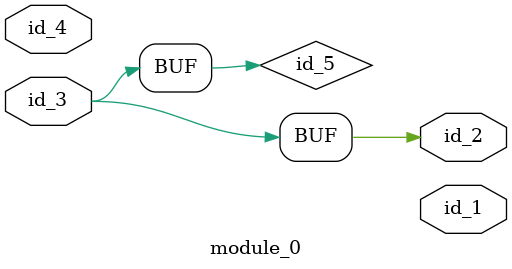
<source format=v>
`timescale 1 ps / 1ps
module module_0 (
    id_1,
    id_2,
    id_3,
    id_4
);
  inout id_4;
  input id_3;
  output id_2;
  output id_1;
  task automatic id_4(input id_5);
    begin
      SystemTFIdentifier(1'b0);
      SystemTFIdentifier(1);
    end
  endtask
  initial begin
    #1 id_2 = id_3;
    id_5 <= id_3;
  end
endmodule

</source>
